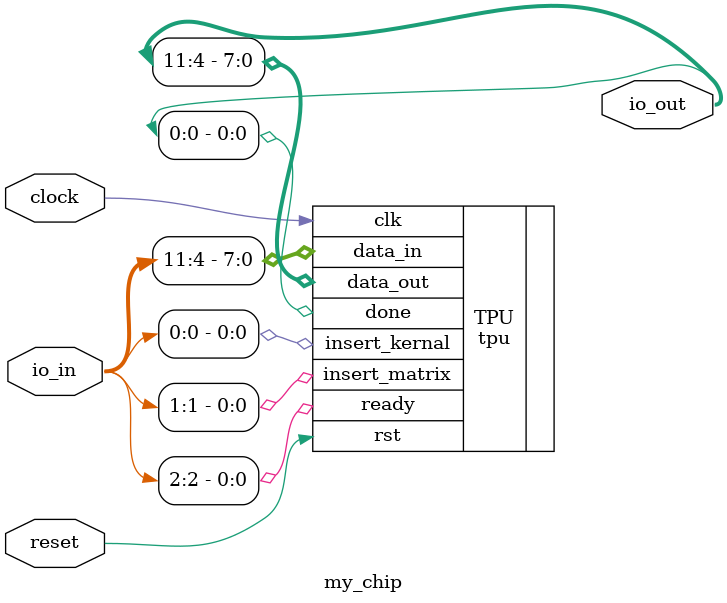
<source format=sv>
`default_nettype none

module my_chip (
    input logic [11:0] io_in, // Inputs to your chip
    output logic [11:0] io_out, // Outputs from your chip
    input logic clock,
    input logic reset // Important: Reset is ACTIVE-HIGH
);

  tpu TPU(.clk(clock), .rst(reset),
          .insert_kernal(io_in[0]),
          .insert_matrix(io_in[1]),
          .ready(io_in[2]),
          .data_in(io_in[11:4]),
          .done(io_out[0]),
          .data_out(io_out[11:4])
         );

endmodule

</source>
